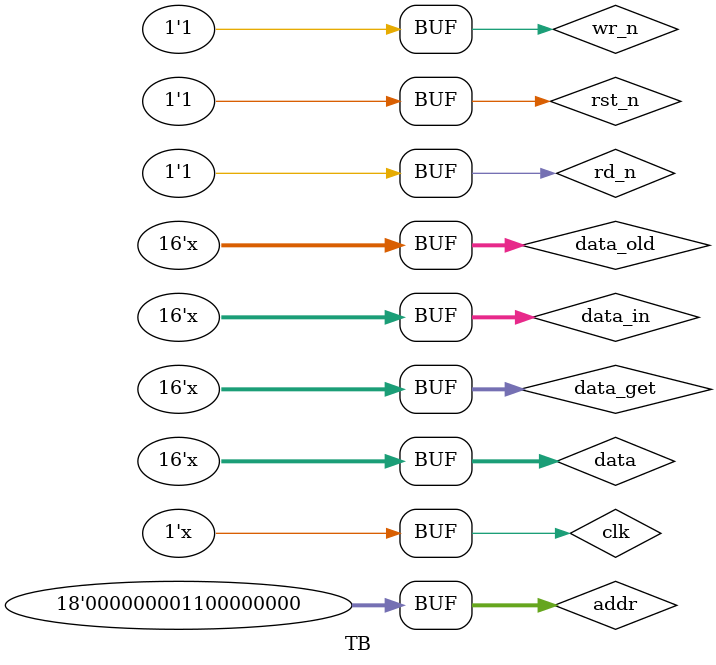
<source format=v>
`timescale  1ns/10ps

module TB();


	reg 						clk;			
	reg 						rst_n;			
	
	reg							rd_n;
	reg							wr_n;
	
	reg		[17:0]				addr;
	wire	[15:0]				data;
	reg		[15:0]				data_in;
	reg		[15:0]				data_old;
	reg		[15:0]				data_get;
	
	
	wire						dac_re_wr;
	wire						dac_cs_n;
	wire	[4:0]				dac_add	;
	wire	[15:0]				dac_data;
						
	
	
	initial 
		begin
			clk = 1'b0;
			rst_n = 1'b0;
			#25;
			rst_n = 1'b1;
		end

	always   #50 clk = ~clk;
	
	initial 
		begin
			wr_n = 1'b1;
			rd_n = 1'b1;	
			addr = 18'b000;
			data_old = 16'h000;
			data_in = 16'hzzzz;
			data_get = 16'hzzzz;
		end
	
	always #2100
		begin
			wr_n = 1'b1;		// ¿ÕÏÐÊ±¼ä
			rd_n = 1'b1;
			addr = 18'hffff;
			data_in = 16'hzzzz;
			data_old = data_old + 16'h10;
			data_get = 16'hzzzz;
			#40;
			
			wr_n = 1'b1;		// Ð´Êý¾Ý½¨Á¢Ê±¼ä
			rd_n = 1'b1;
			addr = 18'h0000;
			data_in = 16'hzzzz;
			data_get = 16'hzzzz;
			#40;
			
			wr_n = 1'b0;		// Ð´Êý¾Ý±£³ÖÊ±¼ä
			rd_n = 1'b1;
			addr = 18'h0000;
			data_in = data_old;
			data_get = 16'hzzzz;
			#160;
			
			wr_n = 1'b1;		// Ð´Êý¾Ý¸ú×ÙÊ±¼ä
			rd_n = 1'b1;
			addr = 18'h0000;
			data_in = 16'hzzzz;
			data_get = 16'hzzzz;
			#80;
			
			
			wr_n = 1'b1;		// ¿ÕÏÐÊ±¼ä
			rd_n = 1'b1;
			addr = 18'hffff;
			data_in = 16'hzzzz;
			data_get = 16'hzzzz;
			#1;   			 
			
			
			
			wr_n = 1'b1;		// ¶ÁÊý¾Ý½¨Á¢
			rd_n = 1'b1;
			addr = 18'h0100;
			data_get = 16'hzzzz;
			#40;
			
			wr_n = 1'b1;		// ¶ÁÊý¾Ý1µÄ±£³ÖÊ±¼ä
			rd_n = 1'b0;
			addr = 18'h0100;
			data_get = 16'hzzzz;
			#160;
			
			data_get = data;
			#40;
			
			wr_n = 1'b1;		// ¶ÁÊý¾Ý1µÄ¸ú×ÙÊ±¼ä
			rd_n = 1'b1;
			addr = 18'h0100;
			data_get = 16'hzzzz;
			#80;
			
			
			wr_n = 1'b1;		// ¿ÕÏÐÊ±¼ä
			rd_n = 1'b1;
			addr = 18'hffff;
			data_get = 16'hzzzz;
			#6;   			 
			
			
			
			wr_n = 1'b1;		// ¶ÁÊý2¾Ý½¨Á¢
			rd_n = 1'b1;
			addr = 18'h0200;
			data_get = 16'hzzzz;
			#40;
			
			wr_n = 1'b1;		// ¶ÁÊý¾Ý2µÄ±£³ÖÊ±¼ä
			rd_n = 1'b0;
			addr = 18'h0200;
			data_get = 16'hzzzz;
			#160;
			
			data_get = data;
			#40;
			
			wr_n = 1'b1;		// ¶ÁÊý¾Ý2µÄ¸ú×ÙÊ±¼ä
			rd_n = 1'b1;
			addr = 18'h0200;
			data_get = 16'hzzzz;
			#80;
			
			
			wr_n = 1'b1;		// ¿ÕÏÐÊ±¼ä
			rd_n = 1'b1;
			addr = 18'hffff;
			#3;   		 
			
			
			
			wr_n = 1'b1;		// ¶ÁÊý¾Ý3½¨Á¢
			rd_n = 1'b1;
			addr = 18'h0300;
			data_get = 16'hzzzz;
			#40;
			
			wr_n = 1'b1;		// ¶ÁÊý¾Ý3µÄ±£³ÖÊ±¼ä
			rd_n = 1'b0;
			addr = 18'h0300;
			data_get = 16'hzzzz;
			#160;
			
			data_get = data;
			#40;
			
			wr_n = 1'b1;		// ¶ÁÊý¾Ý3µÄ¸ú×ÙÊ±¼ä
			rd_n = 1'b1;
			addr = 18'h0300;
			data_get = 16'hzzzz;
			#80;
			
		end
	 
	assign data = data_in;
		
		
 Communication  Communication_inst
(
	.clk					( clk		),
	.rst_n					( rst_n		),
	
	
	//DSP input signal
	.rd_n					( rd_n		),
	.wr_n					( wr_n		),
	
	.addr					( addr		),
	.data					( data		),
	
	// DAC signal
	.dac_re_wr				( dac_re_wr	),
	.dac_cs_n				( dac_cs_n	),
	.dac_add				( dac_add	),
	.dac_data				( dac_data	) 
);

endmodule
</source>
